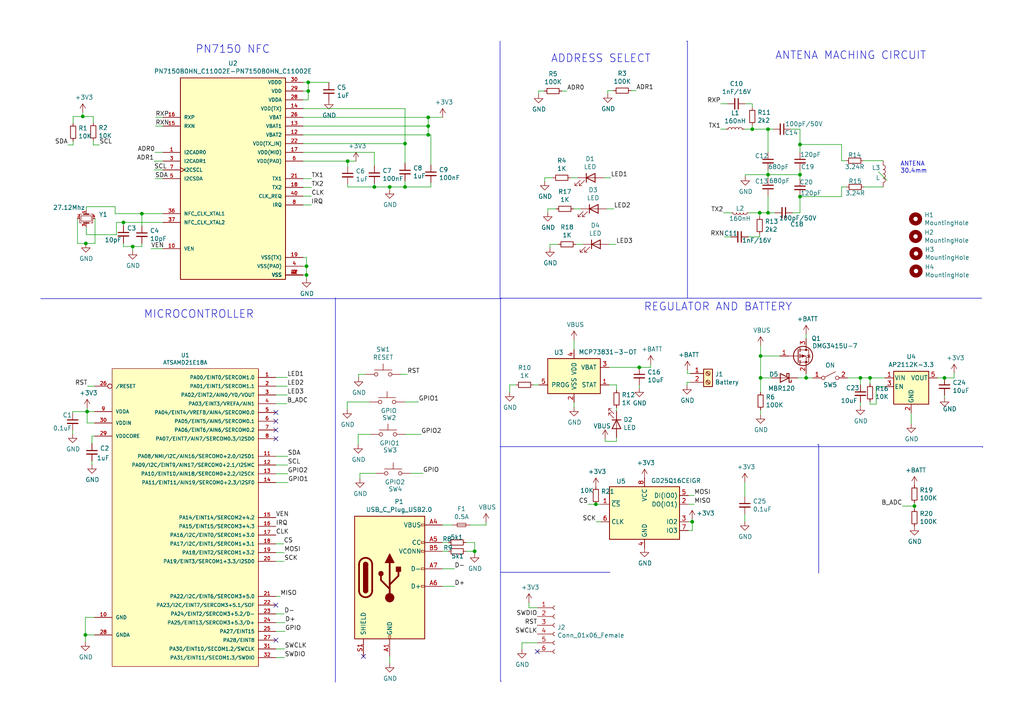
<source format=kicad_sch>
(kicad_sch (version 20230121) (generator eeschema)
  (paper "A4")
  (title_block (title "Hunter Cat NFC") (date "2020-10-05") (rev "1.2") (company "Electronic Cats") (comment 3 "Eduardo Contreras") (comment 4 "Andres Sabas"))
  (junction (at 220.345 61.722))
  (junction (at 232.029 41.91))
  (junction (at 265.2268 146.7866))
  (junction (at 100.838 46.736))
  (junction (at 220.599 109.601))
  (junction (at 252.349 109.601))
  (junction (at 41.148 61.976))
  (junction (at 222.758 37.465))
  (junction (at 88.9 77.216))
  (junction (at 222.758 61.722))
  (junction (at 124.206 36.576))
  (junction (at 24.003 33.782))
  (junction (at 172.8216 146.2532))
  (junction (at 124.206 34.036))
  (junction (at 24.892 70.612))
  (junction (at 220.599 103.251))
  (junction (at 24.765 184.15))
  (junction (at 233.807 109.601))
  (junction (at 273.939 109.601))
  (junction (at 137.668 159.893))
  (junction (at 222.758 50.673))
  (junction (at 117.475 54.229))
  (junction (at 89.408 26.416))
  (junction (at 232.029 50.673))
  (junction (at 35.814 64.516))
  (junction (at 200.7616 151.3332))
  (junction (at 108.585 54.229))
  (junction (at 185.42 106.553))
  (junction (at 218.186 37.465))
  (junction (at 113.03 54.229))
  (junction (at 232.029 57.023))
  (junction (at 25.273 119.38))
  (junction (at 38.481 71.501))
  (junction (at 117.475 41.656))
  (junction (at 88.9 79.756))
  (junction (at 124.206 39.116))
  (junction (at 249.555 109.601))
  (junction (at 89.408 23.876))
  (no_connect (at 105.41 190.373))
  (no_connect (at 155.829 188.976))
  (no_connect (at 80.01 124.714))
  (no_connect (at 80.01 119.634))
  (no_connect (at 80.01 122.174))
  (no_connect (at 80.01 185.674))
  (no_connect (at 80.01 127.254))
  (no_connect (at 80.01 175.514))
  (bus_entry (at 334.137 112.649) (size 2.54 2.54))
  (bus_entry (at 254.762 49.784) (size 2.54 2.54))
  (wire (pts (xy 199.644 143.7132) (xy 201.3458 143.7132)))
  (wire (pts (xy 27.051 33.782) (xy 27.051 35.687)))
  (wire (pts (xy 177.927 26.289) (xy 176.276 26.289)))
  (wire (pts (xy 113.03 54.229) (xy 117.475 54.229)))
  (wire (pts (xy 87.884 51.816) (xy 90.297 51.816)))
  (wire (pts (xy 169.037 70.866) (xy 167.005 70.866)))
  (wire (pts (xy 113.03 54.229) (xy 113.03 54.991)))
  (wire (pts (xy 200.787 153.8732) (xy 200.787 151.3332)))
  (wire (pts (xy 104.394 137.287) (xy 108.966 137.287)))
  (wire (pts (xy 188.722 106.553) (xy 188.722 105.664)))
  (wire (pts (xy 220.599 109.601) (xy 220.599 113.792)))
  (wire (pts (xy 199.644 146.2532) (xy 201.3712 146.2532)))
  (wire (pts (xy 117.475 41.656) (xy 117.475 47.371)))
  (wire (pts (xy 22.479 70.612) (xy 22.479 63.373)))
  (wire (pts (xy 108.585 48.133) (xy 108.585 44.196)))
  (wire (pts (xy 21.209 35.814) (xy 21.209 33.782)))
  (wire (pts (xy 128.27 164.973) (xy 131.826 164.973)))
  (wire (pts (xy 35.814 70.485) (xy 35.814 71.501)))
  (wire (pts (xy 233.807 109.601) (xy 231.394 109.601)))
  (wire (pts (xy 224.79 61.722) (xy 222.758 61.722)))
  (wire (pts (xy 80.01 137.414) (xy 83.439 137.414)))
  (wire (pts (xy 220.599 103.251) (xy 220.599 100.203)))
  (wire (pts (xy 210.693 37.465) (xy 209.042 37.465)))
  (wire (pts (xy 218.186 36.322) (xy 218.186 37.465)))
  (wire (pts (xy 27.432 112.014) (xy 25.4 112.014)))
  (wire (pts (xy 265.2268 145.8468) (xy 265.2268 146.7866)))
  (wire (pts (xy 184.531 26.289) (xy 183.007 26.289)))
  (wire (pts (xy 220.599 118.872) (xy 220.599 120.269)))
  (wire (pts (xy 185.42 106.553) (xy 188.722 106.553)))
  (wire (pts (xy 244.094 46.609) (xy 245.364 46.609)))
  (wire (pts (xy 35.814 65.405) (xy 35.814 64.516)))
  (wire (pts (xy 47.244 49.276) (xy 44.704 49.276)))
  (wire (pts (xy 218.186 37.465) (xy 215.773 37.465)))
  (wire (pts (xy 87.884 28.956) (xy 89.408 28.956)))
  (wire (pts (xy 41.148 65.532) (xy 41.148 61.976)))
  (wire (pts (xy 235.712 109.601) (xy 233.807 109.601)))
  (wire (pts (xy 80.01 139.954) (xy 83.566 139.954)))
  (wire (pts (xy 147.828 111.633) (xy 147.828 113.792)))
  (wire (pts (xy 124.968 39.116) (xy 124.968 47.879)))
  (wire (pts (xy 211.074 30.099) (xy 209.042 30.099)))
  (wire (pts (xy 124.206 34.036) (xy 128.397 34.036)))
  (wire (pts (xy 200.787 151.3332) (xy 200.7616 151.3332)))
  (wire (pts (xy 232.029 41.91) (xy 232.029 44.196)))
  (wire (pts (xy 116.205 108.585) (xy 118.11 108.585)))
  (wire (pts (xy 220.345 67.945) (xy 220.345 68.707)))
  (wire (pts (xy 124.968 54.229) (xy 124.968 52.959)))
  (wire (pts (xy 41.148 71.501) (xy 38.481 71.501)))
  (wire (pts (xy 33.401 59.944) (xy 25.019 59.944)))
  (wire (pts (xy 232.029 57.023) (xy 244.094 57.023)))
  (wire (pts (xy 175.133 51.562) (xy 177.165 51.562)))
  (wire (pts (xy 220.345 61.722) (xy 217.17 61.722)))
  (wire (pts (xy 155.829 186.436) (xy 151.384 186.436)))
  (wire (pts (xy 33.401 61.976) (xy 41.148 61.976)))
  (wire (pts (xy 108.585 54.229) (xy 113.03 54.229)))
  (wire (pts (xy 156.337 111.633) (xy 154.686 111.633)))
  (wire (pts (xy 27.432 126.492) (xy 26.67 126.492)))
  (wire (pts (xy 128.27 170.053) (xy 131.826 170.053)))
  (wire (pts (xy 178.816 118.237) (xy 178.816 119.253)))
  (wire (pts (xy 24.765 179.07) (xy 24.765 184.15)))
  (wire (pts (xy 226.187 103.251) (xy 220.599 103.251)))
  (wire (pts (xy 174.244 151.3332) (xy 172.8978 151.3332)))
  (wire (pts (xy 222.758 37.465) (xy 224.282 37.465)))
  (wire (pts (xy 168.402 60.579) (xy 166.37 60.579)))
  (wire (pts (xy 153.416 174.752) (xy 153.416 176.276)))
  (wire (pts (xy 174.244 146.2532) (xy 172.8216 146.2532)))
  (wire (pts (xy 200.279 108.331) (xy 199.39 108.331)))
  (wire (pts (xy 256.667 112.141) (xy 254.127 112.141)))
  (wire (pts (xy 220.345 68.707) (xy 217.043 68.707)))
  (wire (pts (xy 80.01 162.814) (xy 82.423 162.814)))
  (wire (pts (xy 87.884 39.116) (xy 124.206 39.116)))
  (wire (pts (xy 80.01 157.734) (xy 82.296 157.734)))
  (wire (pts (xy 220.599 109.601) (xy 220.599 103.251)))
  (wire (pts (xy 89.408 23.876) (xy 87.884 23.876)))
  (wire (pts (xy 167.513 51.562) (xy 165.481 51.562)))
  (wire (pts (xy 80.01 178.054) (xy 82.423 178.054)))
  (wire (pts (xy 47.244 46.736) (xy 44.704 46.736)))
  (wire (pts (xy 164.465 26.416) (xy 162.941 26.416)))
  (wire (pts (xy 24.892 70.612) (xy 22.479 70.612)))
  (wire (pts (xy 24.003 33.782) (xy 24.003 32.639)))
  (wire (pts (xy 161.925 70.866) (xy 159.512 70.866)))
  (wire (pts (xy 87.884 31.496) (xy 117.475 31.496)))
  (wire (pts (xy 159.512 70.866) (xy 159.512 71.882)))
  (wire (pts (xy 232.029 51.943) (xy 232.029 50.673)))
  (wire (pts (xy 250.444 46.609) (xy 256.159 46.609)))
  (wire (pts (xy 158.877 60.579) (xy 158.877 61.595)))
  (wire (pts (xy 80.01 188.214) (xy 82.55 188.214)))
  (wire (pts (xy 24.003 33.782) (xy 27.051 33.782)))
  (wire (pts (xy 176.276 26.289) (xy 176.276 27.178)))
  (wire (pts (xy 80.01 160.274) (xy 82.423 160.274)))
  (wire (pts (xy 222.758 56.769) (xy 222.758 61.722)))
  (wire (pts (xy 252.349 117.221) (xy 252.349 116.459)))
  (wire (pts (xy 250.571 54.229) (xy 256.159 54.229)))
  (wire (pts (xy 80.01 112.014) (xy 83.312 112.014)))
  (wire (pts (xy 87.884 56.896) (xy 90.297 56.896)))
  (wire (pts (xy 200.7616 151.3332) (xy 199.644 151.3332)))
  (wire (pts (xy 222.758 61.722) (xy 220.345 61.722)))
  (wire (pts (xy 244.094 41.91) (xy 244.094 46.609)))
  (wire (pts (xy 27.432 122.682) (xy 25.273 122.682)))
  (wire (pts (xy 254.127 112.141) (xy 254.127 117.221)))
  (wire (pts (xy 161.29 60.579) (xy 158.877 60.579)))
  (wire (pts (xy 124.206 36.576) (xy 124.206 34.036)))
  (wire (pts (xy 222.758 37.465) (xy 222.758 44.196)))
  (wire (pts (xy 232.029 37.465) (xy 232.029 41.91)))
  (wire (pts (xy 140.97 152.273) (xy 140.97 151.511)))
  (wire (pts (xy 137.668 159.893) (xy 137.668 160.528)))
  (polyline (pts (xy 145.161 197.612) (xy 145.415 197.612)))
  (wire (pts (xy 47.244 44.196) (xy 44.958 44.196)))
  (wire (pts (xy 117.475 31.496) (xy 117.475 41.656)))
  (wire (pts (xy 218.186 30.099) (xy 216.154 30.099)))
  (wire (pts (xy 122.174 125.984) (xy 117.602 125.984)))
  (wire (pts (xy 25.273 119.38) (xy 25.273 118.364)))
  (wire (pts (xy 175.514 128.016) (xy 175.514 127.254)))
  (wire (pts (xy 117.475 52.451) (xy 117.475 54.229)))
  (wire (pts (xy 104.394 138.811) (xy 104.394 137.287)))
  (wire (pts (xy 220.345 62.865) (xy 220.345 61.722)))
  (polyline (pts (xy 237.4646 128.9558) (xy 237.109 128.9558)))
  (wire (pts (xy 25.019 68.072) (xy 33.782 68.072)))
  (wire (pts (xy 27.432 184.15) (xy 24.765 184.15)))
  (wire (pts (xy 107.188 116.586) (xy 100.711 116.586)))
  (wire (pts (xy 136.398 152.273) (xy 140.97 152.273)))
  (wire (pts (xy 199.644 153.8732) (xy 200.787 153.8732)))
  (polyline (pts (xy 284.988 129.54) (xy 284.988 129.794)))
  (wire (pts (xy 100.838 46.736) (xy 103.251 46.736)))
  (wire (pts (xy 245.872 109.601) (xy 249.555 109.601)))
  (wire (pts (xy 100.711 116.586) (xy 100.711 118.745)))
  (wire (pts (xy 229.87 61.722) (xy 232.029 61.722)))
  (wire (pts (xy 47.244 36.576) (xy 45.085 36.576)))
  (wire (pts (xy 135.128 157.353) (xy 137.668 157.353)))
  (wire (pts (xy 149.606 111.633) (xy 147.828 111.633)))
  (wire (pts (xy 95.377 23.876) (xy 95.377 24.003)))
  (wire (pts (xy 87.884 26.416) (xy 89.408 26.416)))
  (wire (pts (xy 27.559 63.373) (xy 27.559 70.612)))
  (polyline (pts (xy 11.811 86.614) (xy 145.415 86.614)))
  (wire (pts (xy 47.244 72.136) (xy 43.815 72.136)))
  (wire (pts (xy 222.758 49.276) (xy 222.758 50.673)))
  (wire (pts (xy 88.9 79.756) (xy 88.9 80.772)))
  (polyline (pts (xy 237.4646 166.243) (xy 237.4646 128.9558)))
  (wire (pts (xy 113.03 190.373) (xy 113.03 192.405)))
  (wire (pts (xy 218.186 31.242) (xy 218.186 30.099)))
  (wire (pts (xy 232.029 50.673) (xy 222.758 50.673)))
  (wire (pts (xy 249.555 116.713) (xy 249.555 117.729)))
  (wire (pts (xy 80.01 109.474) (xy 83.312 109.474)))
  (wire (pts (xy 229.362 37.465) (xy 232.029 37.465)))
  (polyline (pts (xy 145.034 86.36) (xy 145.034 11.938)))
  (wire (pts (xy 172.8216 146.2532) (xy 170.5356 146.2532)))
  (wire (pts (xy 21.209 42.037) (xy 19.685 42.037)))
  (polyline (pts (xy 176.911 165.989) (xy 145.161 165.989)))
  (wire (pts (xy 135.128 159.893) (xy 137.668 159.893)))
  (wire (pts (xy 35.814 64.516) (xy 47.244 64.516)))
  (wire (pts (xy 107.442 125.984) (xy 103.886 125.984)))
  (wire (pts (xy 254.127 117.221) (xy 252.349 117.221)))
  (wire (pts (xy 87.884 34.036) (xy 124.206 34.036)))
  (wire (pts (xy 265.2268 146.7866) (xy 261.6962 146.7866)))
  (wire (pts (xy 211.963 68.707) (xy 210.058 68.707)))
  (wire (pts (xy 276.733 109.601) (xy 276.733 108.204)))
  (wire (pts (xy 89.408 26.416) (xy 89.408 23.876)))
  (wire (pts (xy 117.348 116.586) (xy 121.412 116.586)))
  (wire (pts (xy 100.838 46.736) (xy 100.838 48.26)))
  (wire (pts (xy 35.814 71.501) (xy 38.481 71.501)))
  (wire (pts (xy 216.154 50.673) (xy 216.154 51.181)))
  (wire (pts (xy 199.263 110.871) (xy 199.263 111.76)))
  (wire (pts (xy 88.9 74.676) (xy 87.884 74.676)))
  (wire (pts (xy 222.758 50.673) (xy 222.758 51.689)))
  (wire (pts (xy 178.816 111.633) (xy 178.816 113.157)))
  (wire (pts (xy 87.884 59.436) (xy 90.297 59.436)))
  (wire (pts (xy 151.384 186.436) (xy 151.384 188.341)))
  (wire (pts (xy 178.816 126.873) (xy 178.816 128.016)))
  (wire (pts (xy 26.67 133.731) (xy 26.67 134.747)))
  (wire (pts (xy 176.657 106.553) (xy 185.42 106.553)))
  (wire (pts (xy 80.01 190.754) (xy 82.55 190.754)))
  (wire (pts (xy 33.782 68.072) (xy 33.782 64.516)))
  (wire (pts (xy 47.244 34.036) (xy 45.085 34.036)))
  (wire (pts (xy 33.401 61.976) (xy 33.401 59.944)))
  (wire (pts (xy 41.148 70.612) (xy 41.148 71.501)))
  (polyline (pts (xy 145.288 86.487) (xy 284.734 86.487)))
  (wire (pts (xy 216.027 139.827) (xy 216.027 144.018)))
  (wire (pts (xy 176.657 111.633) (xy 178.816 111.633)))
  (wire (pts (xy 232.029 50.673) (xy 232.029 49.276)))
  (wire (pts (xy 128.27 152.273) (xy 131.318 152.273)))
  (wire (pts (xy 87.884 79.756) (xy 88.9 79.756)))
  (wire (pts (xy 128.27 157.353) (xy 130.048 157.353)))
  (wire (pts (xy 103.886 125.984) (xy 103.886 128.905)))
  (wire (pts (xy 80.01 117.094) (xy 83.2358 117.094)))
  (wire (pts (xy 256.667 109.601) (xy 252.349 109.601)))
  (wire (pts (xy 117.475 54.229) (xy 124.968 54.229)))
  (wire (pts (xy 233.807 108.331) (xy 233.807 109.601)))
  (wire (pts (xy 153.416 176.276) (xy 155.829 176.276)))
  (polyline (pts (xy 145.034 129.54) (xy 284.988 129.54)))
  (wire (pts (xy 200.279 110.871) (xy 199.263 110.871)))
  (wire (pts (xy 21.082 119.38) (xy 21.082 119.761)))
  (wire (pts (xy 222.758 50.673) (xy 216.154 50.673)))
  (wire (pts (xy 25.273 119.38) (xy 21.082 119.38)))
  (wire (pts (xy 87.884 77.216) (xy 88.9 77.216)))
  (polyline (pts (xy 145.161 86.36) (xy 145.161 197.612)))
  (wire (pts (xy 273.939 114.681) (xy 273.939 115.316)))
  (wire (pts (xy 199.39 108.331) (xy 199.39 107.315)))
  (wire (pts (xy 108.585 53.213) (xy 108.585 54.229)))
  (wire (pts (xy 80.01 132.334) (xy 83.439 132.334)))
  (wire (pts (xy 264.287 119.761) (xy 264.287 122.936)))
  (wire (pts (xy 166.497 101.473) (xy 166.497 98.552)))
  (wire (pts (xy 80.01 134.874) (xy 83.439 134.874)))
  (wire (pts (xy 156.21 26.416) (xy 156.21 27.305)))
  (wire (pts (xy 124.206 39.116) (xy 124.206 36.576)))
  (wire (pts (xy 223.774 109.601) (xy 220.599 109.601)))
  (polyline (pts (xy 199.39 11.938) (xy 199.136 11.938)))
  (wire (pts (xy 157.988 51.562) (xy 157.988 52.578)))
  (wire (pts (xy 137.668 157.353) (xy 137.668 159.893)))
  (wire (pts (xy 87.884 36.576) (xy 124.206 36.576)))
  (wire (pts (xy 128.27 159.893) (xy 130.048 159.893)))
  (wire (pts (xy 88.9 79.756) (xy 88.9 77.216)))
  (wire (pts (xy 88.9 77.216) (xy 88.9 74.676)))
  (wire (pts (xy 232.029 61.722) (xy 232.029 57.023)))
  (wire (pts (xy 27.559 70.612) (xy 24.892 70.612)))
  (wire (pts (xy 249.555 109.601) (xy 252.349 109.601)))
  (wire (pts (xy 47.244 61.976) (xy 41.148 61.976)))
  (wire (pts (xy 252.349 111.379) (xy 252.349 109.601)))
  (wire (pts (xy 87.884 54.356) (xy 90.297 54.356)))
  (wire (pts (xy 38.481 71.501) (xy 38.481 72.644)))
  (wire (pts (xy 100.838 53.34) (xy 100.838 54.229)))
  (wire (pts (xy 89.408 23.876) (xy 95.377 23.876)))
  (wire (pts (xy 265.2268 146.7866) (xy 265.2268 147.5994)))
  (wire (pts (xy 27.432 119.38) (xy 25.273 119.38)))
  (wire (pts (xy 273.939 109.601) (xy 276.733 109.601)))
  (wire (pts (xy 47.244 51.816) (xy 44.958 51.816)))
  (wire (pts (xy 27.432 179.07) (xy 24.765 179.07)))
  (wire (pts (xy 80.01 180.594) (xy 82.677 180.594)))
  (wire (pts (xy 233.807 98.171) (xy 233.807 96.901)))
  (wire (pts (xy 271.907 109.601) (xy 273.939 109.601)))
  (wire (pts (xy 27.051 40.767) (xy 27.051 42.037)))
  (wire (pts (xy 178.816 128.016) (xy 175.514 128.016)))
  (wire (pts (xy 89.408 28.956) (xy 89.408 26.416)))
  (wire (pts (xy 104.013 108.585) (xy 104.013 109.474)))
  (wire (pts (xy 80.01 114.554) (xy 83.312 114.554)))
  (wire (pts (xy 245.491 54.229) (xy 244.094 54.229)))
  (wire (pts (xy 27.051 42.037) (xy 28.829 42.037)))
  (wire (pts (xy 244.094 54.229) (xy 244.094 57.023)))
  (polyline (pts (xy 97.282 197.866) (xy 97.282 86.36)))
  (wire (pts (xy 21.209 33.782) (xy 24.003 33.782)))
  (wire (pts (xy 25.019 65.913) (xy 25.019 68.072)))
  (wire (pts (xy 26.67 126.492) (xy 26.67 128.651)))
  (wire (pts (xy 232.029 41.91) (xy 244.094 41.91)))
  (wire (pts (xy 200.7616 151.3332) (xy 200.7616 150.5712)))
  (wire (pts (xy 166.497 116.713) (xy 166.497 118.11)))
  (wire (pts (xy 249.555 111.633) (xy 249.555 109.601)))
  (wire (pts (xy 21.209 40.894) (xy 21.209 42.037)))
  (wire (pts (xy 100.838 54.229) (xy 108.585 54.229)))
  (wire (pts (xy 87.884 46.736) (xy 100.838 46.736)))
  (wire (pts (xy 25.273 122.682) (xy 25.273 119.38)))
  (wire (pts (xy 160.401 51.562) (xy 157.988 51.562)))
  (wire (pts (xy 24.765 184.15) (xy 24.765 186.182)))
  (wire (pts (xy 119.126 137.287) (xy 122.682 137.287)))
  (wire (pts (xy 176.657 70.866) (xy 178.689 70.866)))
  (polyline (pts (xy 199.39 86.487) (xy 199.39 11.938)))
  (wire (pts (xy 25.019 59.944) (xy 25.019 60.833)))
  (wire (pts (xy 216.027 149.098) (xy 216.027 151.257)))
  (wire (pts (xy 106.045 108.585) (xy 104.013 108.585)))
  (wire (pts (xy 108.585 44.196) (xy 87.884 44.196)))
  (wire (pts (xy 87.884 41.656) (xy 117.475 41.656)))
  (wire (pts (xy 212.09 61.722) (xy 209.804 61.722)))
  (wire (pts (xy 124.206 39.116) (xy 124.968 39.116)))
  (wire (pts (xy 21.082 124.841) (xy 21.082 125.857)))
  (wire (pts (xy 218.186 37.465) (xy 222.758 37.465)))
  (wire (pts (xy 80.01 172.974) (xy 81.3054 172.974)))
  (wire (pts (xy 157.861 26.416) (xy 156.21 26.416)))
  (wire (pts (xy 176.022 60.579) (xy 178.054 60.579)))
  (wire (pts (xy 82.677 183.134) (xy 80.01 183.134)))
  (wire (pts (xy 33.782 64.516) (xy 35.814 64.516)))
  (wire (pts (xy 185.42 111.633) (xy 185.42 112.522)))
  (text "REGULATOR AND BATTERY" (at 186.69 90.424 0) (effects (font (size 2.2606 2.2606)) (justify left bottom)))
  (text "PN7150 NFC" (at 56.642 15.748 0) (effects (font (size 2.2606 2.2606)) (justify left bottom)))
  (text "ANTENA\n30.4mm\n" (at 261.112 50.419 0) (effects (font (size 1.27 1.27)) (justify left bottom)))
  (text "ANTENA MACHING CIRCUIT" (at 224.79 17.526 0) (effects (font (size 2.2606 2.2606)) (justify left bottom)))
  (text "ADDRESS SELECT" (at 159.766 18.415 0) (effects (font (size 2.2606 2.2606)) (justify left bottom)))
  (text "MICROCONTROLLER" (at 41.656 92.583 0) (effects (font (size 2.2606 2.2606)) (justify left bottom)))
  (label "MISO" (at 201.3712 146.2532 0))
  (label "RST" (at 118.11 108.585 0))
  (label "SDA" (at 44.958 51.816 0))
  (label "SDA" (at 19.685 42.037 180))
  (label "ADR0" (at 164.465 26.416 0))
  (label "MISO" (at 81.3054 172.974 0))
  (label "SCL" (at 28.829 42.037 0))
  (label "ADR1" (at 44.704 46.736 180))
  (label "LED2" (at 83.312 112.014 0))
  (label "SCL" (at 83.439 134.874 0))
  (label "D+" (at 82.677 180.594 0))
  (label "D-" (at 131.826 164.973 0))
  (label "ADR0" (at 44.958 44.196 180))
  (label "CS" (at 170.5356 146.2532 180))
  (label "VEN" (at 43.815 72.136 0))
  (label "SCK" (at 82.423 162.814 0))
  (label "IRQ" (at 80.01 152.654 0))
  (label "LED3" (at 178.689 70.866 0))
  (label "MOSI" (at 82.423 160.274 0))
  (label "CS" (at 82.296 157.734 0))
  (label "LED1" (at 83.312 109.474 0))
  (label "TX1" (at 209.042 37.465 180))
  (label "IRQ" (at 90.297 59.436 0))
  (label "GPIO1" (at 121.412 116.586 0))
  (label "RXN" (at 45.085 36.576 0))
  (label "SDA" (at 83.439 132.334 0))
  (label "GPIO" (at 122.682 137.287 0))
  (label "TX2" (at 90.297 54.356 0))
  (label "MOSI" (at 201.3458 143.7132 0))
  (label "SWDIO" (at 155.829 178.816 180))
  (label "D+" (at 131.826 170.053 0))
  (label "GPIO2" (at 83.439 137.414 0))
  (label "GPIO2" (at 122.174 125.984 0))
  (label "CLK" (at 80.01 155.194 0))
  (label "ADR1" (at 184.531 26.289 0))
  (label "VEN" (at 80.01 150.114 0))
  (label "B_ADC" (at 261.6962 146.7866 180))
  (label "SWDIO" (at 82.55 190.754 0))
  (label "TX1" (at 90.297 51.816 0))
  (label "LED3" (at 83.312 114.554 0))
  (label "SCK" (at 172.8978 151.3332 180))
  (label "RST" (at 155.829 181.356 180))
  (label "D-" (at 82.423 178.054 0))
  (label "SWCLK" (at 155.829 183.896 180))
  (label "SCL" (at 44.704 49.276 0))
  (label "RST" (at 25.4 112.014 180))
  (label "LED1" (at 177.165 51.562 0))
  (label "TX2" (at 209.804 61.722 180))
  (label "GPIO" (at 82.677 183.134 0))
  (label "GPIO1" (at 83.566 139.954 0))
  (label "RXN" (at 210.058 68.707 180))
  (label "B_ADC" (at 83.2358 117.094 0))
  (label "RXP" (at 45.085 34.036 0))
  (label "RXP" (at 209.042 30.099 180))
  (label "SWCLK" (at 82.55 188.214 0))
  (label "CLK" (at 90.297 56.896 0))
  (label "LED2" (at 178.054 60.579 0))
  (symbol (lib_id "power:GND") (at 88.9 80.772 0) (unit 1)
    (property "Reference" "#PWR07" (effects hide))
    (property "Value" "GND" (at 89.027 85.1662 0))
  )
  (symbol (lib_id "Device:C_Small") (at 41.148 68.072 0) (unit 1)
    (property "Reference" "C4" (at 43.4848 66.9036 0) (effects (justify left)))
    (property "Value" "10pF" (at 43.4848 69.215 0) (effects (justify left)))
    (property "Footprint" "Capacitor_SMD:C_0603_1608Metric_Pad1.05x0.95mm_HandSolder" (effects hide))
    (property "manf#" "885012007076" (effects hide))
    (property "provedor" "LCSC" (effects hide))
  )
  (symbol (lib_id "Device:C_Small") (at 35.814 67.945 0) (unit 1)
    (property "Reference" "C3" (at 36.83 66.167 0) (effects (justify left)))
    (property "Value" "10pF" (at 30.353 69.596 0) (effects (justify left)))
    (property "Footprint" "Capacitor_SMD:C_0603_1608Metric_Pad1.05x0.95mm_HandSolder" (effects hide))
    (property "manf#" "885012007076" (effects hide))
    (property "provedor" "LCSC" (effects hide))
  )
  (symbol (lib_id "Device:Crystal_GND24_Small") (at 25.019 63.373 270) (unit 1)
    (property "Reference" "Y1" (at 28.6766 62.2046 90) (effects (justify left)))
    (property "Value" "27.12Mhz" (at 15.367 60.198 90) (effects (justify left)))
    (property "Footprint" "Crystal:Crystal_SMD_2520-4Pin_2.5x2.0mm" (effects hide))
    (property "Datasheet" "https://lcsc.com/product-detail/SMD-Crystal-Resonators_Seiko-Epson_Q24FA20H00431_Seiko-Epson-Q24FA20H00431_C255963.html" (effects hide))
    (property "manf#" "Q24FA20H00431" (effects hide))
    (property "provedor" "MOUSER" (effects hide))
    (property "LCSC#" "-" (effects hide))
  )
  (symbol (lib_id "power:GND") (at 38.481 72.644 0) (unit 1)
    (property "Reference" "#PWR06" (effects hide))
    (property "Value" "GND" (at 38.608 77.0382 0))
  )
  (symbol (lib_id "Device:C_Small") (at 117.475 49.911 0) (unit 1)
    (property "Reference" "C8" (at 119.8118 48.7426 0) (effects (justify left)))
    (property "Value" "1uF" (at 119.8118 51.054 0) (effects (justify left)))
    (property "Footprint" "Capacitor_SMD:C_0603_1608Metric_Pad1.05x0.95mm_HandSolder" (effects hide))
    (property "manf#" "885012207078" (effects hide))
    (property "provedor" "LCSC" (effects hide))
    (property "LCSC#" "C26413" (effects hide))
  )
  (symbol (lib_id "Device:C_Small") (at 100.838 50.8 0) (unit 1)
    (property "Reference" "C6" (at 103.1748 49.6316 0) (effects (justify left)))
    (property "Value" "1uF" (at 103.1748 51.943 0) (effects (justify left)))
    (property "Footprint" "Capacitor_SMD:C_0603_1608Metric_Pad1.05x0.95mm_HandSolder" (effects hide))
    (property "manf#" "885012207078" (effects hide))
    (property "provedor" "LCSC" (effects hide))
    (property "LCSC#" "C26413" (effects hide))
  )
  (symbol (lib_id "Device:C_Small") (at 108.585 50.673 0) (unit 1)
    (property "Reference" "C7" (at 110.9218 49.5046 0) (effects (justify left)))
    (property "Value" "100nF" (at 110.9218 51.816 0) (effects (justify left)))
    (property "Footprint" "Capacitor_SMD:C_0603_1608Metric_Pad1.05x0.95mm_HandSolder" (effects hide))
    (property "manf#" "885012207072" (effects hide))
    (property "provedor" "LCSC" (effects hide))
    (property "LCSC#" "C387984" (effects hide))
  )
  (symbol (lib_id "Device:C_Small") (at 124.968 50.419 0) (unit 1)
    (property "Reference" "C9" (at 127.3048 49.2506 0) (effects (justify left)))
    (property "Value" "100nF" (at 127.3048 51.562 0) (effects (justify left)))
    (property "Footprint" "Capacitor_SMD:C_0603_1608Metric_Pad1.05x0.95mm_HandSolder" (effects hide))
    (property "manf#" "885012207072" (effects hide))
    (property "provedor" "LCSC" (effects hide))
    (property "LCSC#" "C387984" (effects hide))
  )
  (symbol (lib_id "power:GND") (at 113.03 54.991 0) (unit 1)
    (property "Reference" "#PWR015" (effects hide))
    (property "Value" "GND" (at 113.157 59.3852 0))
  )
  (symbol (lib_id "power:+3V3") (at 25.273 118.364 0) (unit 1)
    (property "Reference" "#PWR04" (effects hide))
    (property "Value" "+3V3" (at 25.654 113.9698 0))
  )
  (symbol (lib_id "Device:C_Small") (at 21.082 122.301 0) (unit 1)
    (property "Reference" "C1" (at 18.161 120.396 0) (effects (justify left)))
    (property "Value" "0.1uF" (at 15.367 124.206 0) (effects (justify left)))
    (property "Footprint" "Capacitor_SMD:C_0603_1608Metric_Pad1.05x0.95mm_HandSolder" (effects hide))
    (property "manf#" "885012207072" (effects hide))
    (property "provedor" "LCSC" (effects hide))
    (property "LCSC#" "C387984" (effects hide))
  )
  (symbol (lib_id "Device:C_Small") (at 95.377 26.543 0) (unit 1)
    (property "Reference" "C5" (at 97.7138 25.3746 0) (effects (justify left)))
    (property "Value" "1uF" (at 97.7138 27.686 0) (effects (justify left)))
    (property "Footprint" "Capacitor_SMD:C_0603_1608Metric_Pad1.05x0.95mm_HandSolder" (effects hide))
    (property "manf#" "885012207078" (effects hide))
    (property "provedor" "LCSC" (effects hide))
    (property "LCSC#" "C26413" (effects hide))
  )
  (symbol (lib_id "power:GND") (at 95.377 29.083 0) (unit 1)
    (property "Reference" "#PWR08" (effects hide))
    (property "Value" "GND" (at 95.504 33.4772 0))
  )
  (symbol (lib_id "Device:C_Small") (at 26.67 131.191 0) (unit 1)
    (property "Reference" "C2" (at 29.0068 130.0226 0) (effects (justify left)))
    (property "Value" "1uF" (at 28.067 132.842 0) (effects (justify left)))
    (property "Footprint" "Capacitor_SMD:C_0603_1608Metric_Pad1.05x0.95mm_HandSolder" (effects hide))
    (property "manf#" "885012207078" (effects hide))
    (property "provedor" "LCSC" (effects hide))
    (property "LCSC#" "C26413" (effects hide))
  )
  (symbol (lib_id "HunterCat-NFC-rescue:AP2112K-3.3-Regulator_Linear") (at 264.287 112.141 0) (unit 1)
    (property "Reference" "U4" (at 264.287 103.4542 0))
    (property "Value" "AP2112K-3.3" (at 264.287 105.7656 0))
    (property "Footprint" "Package_TO_SOT_SMD:SOT-23-5" (effects hide))
    (property "Datasheet" "https://www.diodes.com/assets/Datasheets/AP2112.pdf" (effects hide))
    (property "manf#" "AP2112K-3.3" (effects hide))
    (property "provedor" "MOUSER" (effects hide))
    (property "LCSC#" "-" (effects hide))
  )
  (symbol (lib_id "power:GND") (at 26.67 134.747 0) (unit 1)
    (property "Reference" "#PWR05" (effects hide))
    (property "Value" "GND" (at 26.797 139.1412 0))
  )
  (symbol (lib_id "power:GND") (at 21.082 125.857 0) (unit 1)
    (property "Reference" "#PWR01" (effects hide))
    (property "Value" "GND" (at 21.209 130.2512 0))
  )
  (symbol (lib_id "Device:C_Small") (at 213.614 30.099 270) (unit 1)
    (property "Reference" "C10" (at 213.614 24.2824 90))
    (property "Value" "1nF/16V" (at 213.614 26.5938 90))
    (property "Footprint" "Capacitor_SMD:C_0603_1608Metric_Pad1.05x0.95mm_HandSolder" (effects hide))
    (property "manf#" "CC0201JRX7R7BB102" (effects hide))
    (property "provedor" "MOUSER" (effects hide))
  )
  (symbol (lib_id "Device:C_Small") (at 226.822 37.465 270) (unit 1)
    (property "Reference" "C14" (at 229.489 38.481 90))
    (property "Value" "100pF/50V" (at 233.172 35.941 90))
    (property "Footprint" "Capacitor_SMD:C_0603_1608Metric_Pad1.05x0.95mm_HandSolder" (effects hide))
    (property "manf#" "06035A101JAT4A" (effects hide))
    (property "provedor" "MOUSER" (effects hide))
  )
  (symbol (lib_id "Device:C_Small") (at 222.758 46.736 0) (unit 1)
    (property "Reference" "C12" (at 218.948 45.212 0) (effects (justify left)))
    (property "Value" "680pF" (at 222.758 48.387 0) (effects (justify left)))
    (property "Footprint" "Capacitor_SMD:C_0603_1608Metric_Pad1.05x0.95mm_HandSolder" (effects hide))
    (property "manf#" "885012206107" (effects hide))
    (property "provedor" "MOUSER" (effects hide))
  )
  (symbol (lib_id "Device:C_Small") (at 232.029 46.736 0) (unit 1)
    (property "Reference" "C19" (at 232.283 48.387 0) (effects (justify left)))
    (property "Value" "120pF" (at 232.029 44.831 0) (effects (justify left)))
    (property "Footprint" "Capacitor_SMD:C_0603_1608Metric_Pad1.05x0.95mm_HandSolder" (effects hide))
    (property "manf#" "C0603C121J5GAC" (effects hide))
    (property "provedor" "LCSC" (effects hide))
  )
  (symbol (lib_id "Device:C_Small") (at 222.758 54.229 0) (unit 1)
    (property "Reference" "C13" (at 218.948 52.578 0) (effects (justify left)))
    (property "Value" "680pF" (at 223.012 52.451 0) (effects (justify left)))
    (property "Footprint" "Capacitor_SMD:C_0603_1608Metric_Pad1.05x0.95mm_HandSolder" (effects hide))
    (property "manf#" "885012206107" (effects hide))
    (property "provedor" "MOUSER" (effects hide))
  )
  (symbol (lib_id "Device:C_Small") (at 232.029 54.483 0) (unit 1)
    (property "Reference" "C20" (at 231.902 52.832 0) (effects (justify left)))
    (property "Value" "120pF" (at 232.156 56.007 0) (effects (justify left)))
    (property "Footprint" "Capacitor_SMD:C_0603_1608Metric_Pad1.05x0.95mm_HandSolder" (effects hide))
    (property "manf#" "C0603C121J5GAC" (effects hide))
    (property "provedor" "LCSC" (effects hide))
  )
  (symbol (lib_id "Device:C_Small") (at 227.33 61.722 270) (unit 1)
    (property "Reference" "C18" (at 231.14 65.024 90))
    (property "Value" "100pF/50V" (at 231.394 63.246 90))
    (property "Footprint" "Capacitor_SMD:C_0603_1608Metric_Pad1.05x0.95mm_HandSolder" (effects hide))
    (property "manf#" "06035A101JAT4A" (effects hide))
    (property "provedor" "MOUSER" (effects hide))
  )
  (symbol (lib_id "Device:C_Small") (at 214.503 68.707 270) (unit 1)
    (property "Reference" "C11" (at 211.963 67.691 90))
    (property "Value" "1nF/16V" (at 219.456 69.723 90))
    (property "Footprint" "Capacitor_SMD:C_0603_1608Metric_Pad1.05x0.95mm_HandSolder" (effects hide))
    (property "manf#" "CC0201JRX7R7BB102" (effects hide))
    (property "provedor" "MOUSER" (effects hide))
  )
  (symbol (lib_id "Device:L_Small") (at 214.63 61.722 270) (unit 1)
    (property "Reference" "L2" (at 214.63 60.452 90))
    (property "Value" "160nH" (at 214.63 63.373 90))
    (property "Footprint" "Inductor_SMD:L_0603_1608Metric_Pad1.05x0.95mm_HandSolder" (effects hide))
    (property "manf#" "MLJ1608WR16JT000" (effects hide))
    (property "LCSC#" "C434822" (effects hide))
    (property "provedor" "LCSC" (effects hide))
  )
  (symbol (lib_id "Device:L_Small") (at 213.233 37.465 90) (unit 1)
    (property "Reference" "L1" (at 213.233 32.766 90))
    (property "Value" "160nH" (at 213.233 35.0774 90))
    (property "Footprint" "Inductor_SMD:L_0603_1608Metric_Pad1.05x0.95mm_HandSolder" (effects hide))
    (property "manf#" "MLJ1608WR16JT000" (effects hide))
    (property "LCSC#" "C434822" (effects hide))
    (property "provedor" "LCSC" (effects hide))
  )
  (symbol (lib_id "Device:R_Small") (at 218.186 33.782 0) (unit 1)
    (property "Reference" "R11" (at 219.6846 32.6136 0) (effects (justify left)))
    (property "Value" "2k2" (at 219.6846 34.925 0) (effects (justify left)))
    (property "Footprint" "Resistor_SMD:R_0603_1608Metric_Pad1.05x0.95mm_HandSolder" (effects hide))
    (property "manf#" "RC0603JR-072K2L" (effects hide))
    (property "LCSC#" "C217937" (effects hide))
    (property "provedor" "LCSC" (effects hide))
  )
  (symbol (lib_id "Device:R_Small") (at 220.345 65.405 0) (unit 1)
    (property "Reference" "R13" (at 221.8436 64.2366 0) (effects (justify left)))
    (property "Value" "2k2" (at 221.8436 66.548 0) (effects (justify left)))
    (property "Footprint" "Resistor_SMD:R_0603_1608Metric_Pad1.05x0.95mm_HandSolder" (effects hide))
    (property "manf#" "RC0603JR-072K2L" (effects hide))
    (property "LCSC#" "C217937" (effects hide))
    (property "provedor" "LCSC" (effects hide))
  )
  (symbol (lib_id "Device:R_Small") (at 248.031 54.229 270) (unit 1)
    (property "Reference" "R15" (at 248.031 52.578 90))
    (property "Value" "3.24R" (at 248.031 56.007 90))
    (property "Footprint" "Resistor_SMD:R_0603_1608Metric_Pad1.05x0.95mm_HandSolder" (effects hide))
    (property "manf#" "RC0603FR-073R4L" (effects hide))
    (property "provedor" "MOUSER" (effects hide))
  )
  (symbol (lib_id "Device:R_Small") (at 247.904 46.609 270) (unit 1)
    (property "Reference" "R14" (at 247.904 44.958 90))
    (property "Value" "3.24R" (at 247.904 48.387 90))
    (property "Footprint" "Resistor_SMD:R_0603_1608Metric_Pad1.05x0.95mm_HandSolder" (effects hide))
    (property "manf#" "RC0603FR-073R4L" (effects hide))
    (property "provedor" "MOUSER" (effects hide))
  )
  (symbol (lib_id "power:+3V3") (at 103.251 46.736 0) (unit 1)
    (property "Reference" "#PWR09" (effects hide))
    (property "Value" "+3V3" (at 103.632 42.3418 0))
  )
  (symbol (lib_id "Device:R_Small") (at 21.209 38.354 0) (unit 1)
    (property "Reference" "R1" (at 22.7076 37.1856 0) (effects (justify left)))
    (property "Value" "10K" (at 22.7076 39.497 0) (effects (justify left)))
    (property "Footprint" "Resistor_SMD:R_0603_1608Metric_Pad1.05x0.95mm_HandSolder" (effects hide))
    (property "manf#" "-" (effects hide))
    (property "LCSC#" "C15401" (effects hide))
    (property "provedor" "LCSC" (effects hide))
  )
  (symbol (lib_id "Device:R_Small") (at 27.051 38.227 0) (unit 1)
    (property "Reference" "R2" (at 28.5496 37.0586 0) (effects (justify left)))
    (property "Value" "10K" (at 28.5496 39.37 0) (effects (justify left)))
    (property "Footprint" "Resistor_SMD:R_0603_1608Metric_Pad1.05x0.95mm_HandSolder" (effects hide))
    (property "manf#" "-" (effects hide))
    (property "LCSC#" "C15401" (effects hide))
    (property "provedor" "LCSC" (effects hide))
  )
  (symbol (lib_id "power:GND") (at 216.154 51.181 0) (unit 1)
    (property "Reference" "#PWR025" (effects hide))
    (property "Value" "GND" (at 216.281 55.5752 0))
  )
  (symbol (lib_id "power:+3V3") (at 24.003 32.639 0) (unit 1)
    (property "Reference" "#PWR02" (effects hide))
    (property "Value" "+3V3" (at 24.384 28.2448 0))
  )
  (symbol (lib_id "Switch:SW_Push") (at 111.125 108.585 0) (unit 1)
    (property "Reference" "SW1" (at 111.125 101.346 0))
    (property "Value" "RESET" (at 111.125 103.6574 0))
    (property "Footprint" "Button_Switch_SMD:SW_SPST_TL3342" (effects hide))
    (property "manf#" "-" (effects hide))
    (property "LCSC#" "C318890" (effects hide))
    (property "provedor" "LCSC" (effects hide))
  )
  (symbol (lib_id "Device:LED") (at 171.323 51.562 0) (unit 1)
    (property "Reference" "D1" (at 171.1452 46.0756 0))
    (property "Value" "LED" (at 171.1452 48.387 0))
    (property "Footprint" "LED_SMD:LED_0805_2012Metric_Pad1.15x1.40mm_HandSolder" (effects hide))
    (property "manf#" "-" (effects hide))
    (property "provedor" "LCSC" (effects hide))
    (property "LCSC#" "C130114" (effects hide))
  )
  (symbol (lib_id "Device:R_Small") (at 162.941 51.562 270) (unit 1)
    (property "Reference" "R4" (at 162.941 46.5836 90))
    (property "Value" "1K" (at 162.941 48.895 90))
    (property "Footprint" "Resistor_SMD:R_0603_1608Metric_Pad1.05x0.95mm_HandSolder" (effects hide))
    (property "manf#" "CRCW08051K50FKEAC" (effects hide))
    (property "LCSC#" "C517454" (effects hide))
    (property "provedor" "LCSC" (effects hide))
  )
  (symbol (lib_id "power:GND") (at 157.988 52.578 0) (unit 1)
    (property "Reference" "#PWR011" (effects hide))
    (property "Value" "GND" (at 158.115 56.9722 0))
  )
  (symbol (lib_id "HunterCat-NFC-rescue:ATSAMD21E18A-Electronic_Cats") (at 44.45 150.114 0) (unit 1)
    (property "Reference" "U1" (at 53.721 103.0224 0) (effects (font (size 1.143 1.143))))
    (property "Value" "ATSAMD21E18A" (at 53.721 105.156 0) (effects (font (size 1.143 1.143))))
    (property "Footprint" "Package_DFN_QFN:QFN-32-1EP_5x5mm_P0.5mm_EP3.6x3.6mm" (effects hide))
    (property "Datasheet" "https://www.mouser.mx/ProductDetail/Microchip-Technology-Atmel/ATSAMD21E18A-MUT?qs=KLFHFgXTQiBWo%2Fq3Hj2bxw%3D%3D" (effects hide))
    (property "manf#" "ATSAMD21E18A-MUT" (effects hide))
    (property "provedor" "MOUSER" (effects hide))
    (property "LCSC#" "-" (effects hide))
  )
  (symbol (lib_id "power:GND") (at 104.013 109.474 0) (unit 1)
    (property "Reference" "#PWR013" (effects hide))
    (property "Value" "GND" (at 104.14 113.8682 0))
  )
  (symbol (lib_id "power:GND") (at 24.765 186.182 0) (unit 1)
    (property "Reference" "#PWR03" (effects hide))
    (property "Value" "GND" (at 24.892 190.5762 0))
  )
  (symbol (lib_id "Device:R_Small") (at 160.401 26.416 270) (unit 1)
    (property "Reference" "R5" (at 160.401 21.4376 90))
    (property "Value" "100K" (at 160.401 23.749 90))
    (property "Footprint" "Resistor_SMD:R_0603_1608Metric_Pad1.05x0.95mm_HandSolder" (effects hide))
    (property "manf#" "ERJ6RBD1003V" (effects hide))
    (property "LCSC#" "C15458" (effects hide))
    (property "provedor" "LCSC" (effects hide))
  )
  (symbol (lib_id "power:GND") (at 156.21 27.305 0) (unit 1)
    (property "Reference" "#PWR012" (effects hide))
    (property "Value" "GND" (at 156.337 31.6992 0))
  )
  (symbol (lib_id "Device:R_Small") (at 180.467 26.289 270) (unit 1)
    (property "Reference" "R3" (at 180.467 21.3106 90))
    (property "Value" "100K" (at 180.467 23.622 90))
    (property "Footprint" "Resistor_SMD:R_0603_1608Metric_Pad1.05x0.95mm_HandSolder" (effects hide))
    (property "manf#" "ERJ6RBD1003V" (effects hide))
    (property "LCSC#" "C15458" (effects hide))
    (property "provedor" "LCSC" (effects hide))
  )
  (symbol (lib_id "power:GND") (at 176.276 27.178 0) (unit 1)
    (property "Reference" "#PWR010" (effects hide))
    (property "Value" "GND" (at 176.403 31.5722 0))
  )
  (symbol (lib_id "Device:L") (at 256.159 50.419 0) (unit 1)
    (property "Reference" "L3" (at 252.857 48.641 0) (effects (justify left)))
    (property "Value" "L" (at 254 51.562 0) (effects (justify left)))
    (property "Footprint" "hunter-cat-nfc:NFC-antenna30.4x30.4mm" (effects hide))
    (property "LCSC#" "-" (effects hide))
    (property "manf#" "-" (effects hide))
    (property "provedor" "-" (effects hide))
  )
  (symbol (lib_id "power:GND") (at 264.287 122.936 0) (unit 1)
    (property "Reference" "#PWR031" (effects hide))
    (property "Value" "GND" (at 264.414 127.3302 0))
  )
  (symbol (lib_id "power:+3V3") (at 276.733 108.204 0) (unit 1)
    (property "Reference" "#PWR033" (effects hide))
    (property "Value" "+3V3" (at 277.114 103.8098 0))
  )
  (symbol (lib_id "power:VBUS") (at 220.599 100.203 0) (unit 1)
    (property "Reference" "#PWR029" (effects hide))
    (property "Value" "VBUS" (at 220.98 95.8088 0))
  )
  (symbol (lib_id "HunterCat-NFC-rescue:USB_C_Plug_USB2.0-Connector") (at 113.03 167.513 0) (unit 1)
    (property "Reference" "P1" (at 115.7478 145.4912 0))
    (property "Value" "USB_C_Plug_USB2.0" (at 115.7478 147.8026 0))
    (property "Footprint" "Connectors:C393939" (effects hide))
    (property "Datasheet" "https://www.usb.org/sites/default/files/documents/usb_type-c.zip" (effects hide))
    (property "manf#" "-" (effects hide))
    (property "LCSC#" "C393939" (effects hide))
    (property "provedor" "LCSC" (effects hide))
  )
  (symbol (lib_id "power:GND") (at 113.03 192.405 0) (unit 1)
    (property "Reference" "#PWR014" (effects hide))
    (property "Value" "GND" (at 113.157 196.7992 0))
  )
  (symbol (lib_id "Device:Fuse_Small") (at 133.858 152.273 0) (unit 1)
    (property "Reference" "F1" (at 133.858 147.574 0))
    (property "Value" "0.5A" (at 133.858 149.8854 0))
    (property "Footprint" "Fuse:Fuse_0603_1608Metric_Pad1.05x0.95mm_HandSolder" (effects hide))
    (property "manf#" "MFU0805FF00500P100" (effects hide))
    (property "provedor" "MOUSER" (effects hide))
    (property "LCSC#" "-" (effects hide))
  )
  (symbol (lib_id "power:VBUS") (at 140.97 151.511 0) (unit 1)
    (property "Reference" "#PWR021" (effects hide))
    (property "Value" "VBUS" (at 141.351 147.1168 0))
  )
  (symbol (lib_id "Device:R_Small") (at 132.588 157.353 270) (unit 1)
    (property "Reference" "R8" (at 129.667 156.337 90))
    (property "Value" "5k1" (at 132.461 155.829 90))
    (property "Footprint" "Resistor_SMD:R_0603_1608Metric_Pad1.05x0.95mm_HandSolder" (effects hide))
    (property "manf#" "CR0805-FX-5101ELF" (effects hide))
    (property "LCSC#" "C131715" (effects hide))
    (property "provedor" "LCSC" (effects hide))
  )
  (symbol (lib_id "Device:R_Small") (at 132.588 159.893 270) (unit 1)
    (property "Reference" "R9" (at 129.921 158.877 90))
    (property "Value" "5k1" (at 132.715 161.29 90))
    (property "Footprint" "Resistor_SMD:R_0603_1608Metric_Pad1.05x0.95mm_HandSolder" (effects hide))
    (property "manf#" "CR0805-FX-5101ELF" (effects hide))
    (property "LCSC#" "C131715" (effects hide))
    (property "provedor" "LCSC" (effects hide))
  )
  (symbol (lib_id "power:GND") (at 137.668 160.528 0) (unit 1)
    (property "Reference" "#PWR020" (effects hide))
    (property "Value" "GND" (at 137.795 164.9222 0))
  )
  (symbol (lib_id "HunterCat-NFC-rescue:MCP73831-3-OT-Battery_Management") (at 166.497 109.093 0) (unit 1)
    (property "Reference" "U3" (at 162.052 102.235 0))
    (property "Value" "MCP73831-3-OT" (at 176.276 102.108 0))
    (property "Footprint" "Package_TO_SOT_SMD:SOT-23-5" (effects hide))
    (property "Datasheet" "http://ww1.microchip.com/downloads/en/DeviceDoc/20001984g.pdf" (effects hide))
    (property "manf#" "MCP73831-3-OT" (effects hide))
    (property "provedor" "MOUSER" (effects hide))
    (property "LCSC#" "-" (effects hide))
  )
  (symbol (lib_id "Device:R_Small") (at 152.146 111.633 270) (unit 1)
    (property "Reference" "R10" (at 152.146 106.6546 90))
    (property "Value" "1K" (at 152.146 108.966 90))
    (property "Footprint" "Resistor_SMD:R_0603_1608Metric_Pad1.05x0.95mm_HandSolder" (effects hide))
    (property "manf#" "CRCW08051K50FKEAC" (effects hide))
    (property "LCSC#" "C517454" (effects hide))
    (property "provedor" "LCSC" (effects hide))
  )
  (symbol (lib_id "Device:R_Small") (at 265.2268 143.3068 0) (unit 1)
    (property "Reference" "R19" (at 266.7254 142.1384 0) (effects (justify left)))
    (property "Value" "100K" (at 266.7254 144.4498 0) (effects (justify left)))
    (property "Footprint" "Resistor_SMD:R_0603_1608Metric_Pad1.05x0.95mm_HandSolder" (effects hide))
    (property "manf#" "ERJ6RBD1003V" (effects hide))
    (property "LCSC#" "C15458" (effects hide))
    (property "provedor" "LCSC" (effects hide))
  )
  (symbol (lib_id "Device:R_Small") (at 265.2268 150.1394 0) (unit 1)
    (property "Reference" "R20" (at 266.7254 148.971 0) (effects (justify left)))
    (property "Value" "100K" (at 266.7254 151.2824 0) (effects (justify left)))
    (property "Footprint" "Resistor_SMD:R_0603_1608Metric_Pad1.05x0.95mm_HandSolder" (effects hide))
    (property "manf#" "ERJ6RBD1003V" (effects hide))
    (property "LCSC#" "C15458" (effects hide))
    (property "provedor" "LCSC" (effects hide))
  )
  (symbol (lib_id "power:GND") (at 166.497 118.11 0) (unit 1)
    (property "Reference" "#PWR024" (effects hide))
    (property "Value" "GND" (at 166.624 122.5042 0))
  )
  (symbol (lib_id "power:VBUS") (at 166.497 98.552 0) (unit 1)
    (property "Reference" "#PWR023" (effects hide))
    (property "Value" "VBUS" (at 166.878 94.1578 0))
  )
  (symbol (lib_id "power:+BATT") (at 265.2268 140.7668 0) (unit 1)
    (property "Reference" "#PWR0107" (effects hide))
    (property "Value" "+BATT" (at 265.6078 136.3726 0))
  )
  (symbol (lib_id "power:GND") (at 265.2268 152.6794 0) (unit 1)
    (property "Reference" "#PWR0108" (effects hide))
    (property "Value" "GND" (at 265.3538 157.0736 0))
  )
  (symbol (lib_id "Device:LED") (at 178.816 123.063 270) (unit 1)
    (property "Reference" "D2" (at 180.7972 121.7168 90) (effects (justify left)))
    (property "Value" "LED" (at 180.7972 124.0282 90) (effects (justify left)))
    (property "Footprint" "LED_SMD:LED_0805_2012Metric_Pad1.15x1.40mm_HandSolder" (effects hide))
    (property "manf#" "-" (effects hide))
    (property "provedor" "LCSC" (effects hide))
    (property "LCSC#" "C205441" (effects hide))
  )
  (symbol (lib_id "Device:R_Small") (at 178.816 115.697 0) (unit 1)
    (property "Reference" "R12" (at 180.3146 114.5286 0) (effects (justify left)))
    (property "Value" "1K" (at 180.3146 116.84 0) (effects (justify left)))
    (property "Footprint" "Resistor_SMD:R_0603_1608Metric_Pad1.05x0.95mm_HandSolder" (effects hide))
    (property "manf#" "CRCW08051K50FKEAC" (effects hide))
    (property "LCSC#" "C517454" (effects hide))
    (property "provedor" "LCSC" (effects hide))
  )
  (symbol (lib_id "power:VBUS") (at 175.514 127.254 0) (unit 1)
    (property "Reference" "#PWR026" (effects hide))
    (property "Value" "VBUS" (at 174.625 123.571 0))
  )
  (symbol (lib_id "Device:C_Small") (at 185.42 109.093 0) (unit 1)
    (property "Reference" "C16" (at 187.7568 107.9246 0) (effects (justify left)))
    (property "Value" "10uF" (at 187.7568 110.236 0) (effects (justify left)))
    (property "Footprint" "Capacitor_SMD:C_0603_1608Metric_Pad1.05x0.95mm_HandSolder" (effects hide))
    (property "manf#" "C0805C106K9PACTU" (effects hide))
    (property "provedor" "LCSC" (effects hide))
    (property "LCSC#" "C326057" (effects hide))
  )
  (symbol (lib_id "power:GND") (at 185.42 112.522 0) (unit 1)
    (property "Reference" "#PWR027" (effects hide))
    (property "Value" "GND" (at 185.547 116.9162 0))
  )
  (symbol (lib_id "power:+BATT") (at 188.722 105.664 0) (unit 1)
    (property "Reference" "#PWR028" (effects hide))
    (property "Value" "+BATT" (at 189.103 101.2698 0))
  )
  (symbol (lib_id "power:GND") (at 147.828 113.792 0) (unit 1)
    (property "Reference" "#PWR022" (effects hide))
    (property "Value" "GND" (at 147.955 118.1862 0))
  )
  (symbol (lib_id "Device:R_Small") (at 252.349 113.919 0) (unit 1)
    (property "Reference" "R16" (at 253.8476 112.7506 0) (effects (justify left)))
    (property "Value" "10K" (at 253.8476 115.062 0) (effects (justify left)))
    (property "Footprint" "Resistor_SMD:R_0603_1608Metric_Pad1.05x0.95mm_HandSolder" (effects hide))
    (property "manf#" "-" (effects hide))
    (property "LCSC#" "C15401" (effects hide))
    (property "provedor" "LCSC" (effects hide))
  )
  (symbol (lib_id "Device:C_Small") (at 249.555 114.173 0) (unit 1)
    (property "Reference" "C23" (at 245.364 112.522 0) (effects (justify left)))
    (property "Value" "10uF" (at 243.84 116.205 0) (effects (justify left)))
    (property "Footprint" "Capacitor_SMD:C_0603_1608Metric_Pad1.05x0.95mm_HandSolder" (effects hide))
    (property "manf#" "C0805C106K9PACTU" (effects hide))
    (property "provedor" "LCSC" (effects hide))
    (property "LCSC#" "C326057" (effects hide))
  )
  (symbol (lib_id "Device:C_Small") (at 273.939 112.141 0) (unit 1)
    (property "Reference" "C24" (at 276.2758 110.9726 0) (effects (justify left)))
    (property "Value" "10uF" (at 276.2758 113.284 0) (effects (justify left)))
    (property "Footprint" "Capacitor_SMD:C_0603_1608Metric_Pad1.05x0.95mm_HandSolder" (effects hide))
    (property "manf#" "C0805C106K9PACTU" (effects hide))
    (property "provedor" "LCSC" (effects hide))
    (property "LCSC#" "C326057" (effects hide))
  )
  (symbol (lib_id "HunterCat-NFC-rescue:W25Q32JVSS-Memory_Flash") (at 186.944 148.7932 0) (unit 1)
    (property "Reference" "U5" (at 180.1114 139.5984 0))
    (property "Value" "GD25Q16CEIGR" (at 196.0626 139.4206 0))
    (property "Footprint" "hunter-cat-nfc:PSON50P200X300X50-9N" (effects hide))
    (property "Datasheet" "https://www.mouser.com/ProductDetail/GigaDevice/GD25Q16CEIGR?qs=%2Fha2pyFadugslouyc%2Fmu%252BU7keVd3t830A8Tn7Tz5TRGEFPMfPa%252B4Kw%3D%3D" (effects hide))
    (property "manf#" "GD25Q16CEIGR" (effects hide))
    (property "provedor" "MOUSER" (effects hide))
    (property "LCSC#" "-" (effects hide))
  )
  (symbol (lib_id "power:GND") (at 186.944 158.9532 0) (unit 1)
    (property "Reference" "#PWR036" (effects hide))
    (property "Value" "GND" (at 187.071 163.3474 0))
  )
  (symbol (lib_id "power:+3V3") (at 186.944 138.6332 0) (unit 1)
    (property "Reference" "#PWR035" (effects hide))
    (property "Value" "+3V3" (at 187.325 134.239 0))
  )
  (symbol (lib_id "power:GND") (at 249.555 117.729 0) (unit 1)
    (property "Reference" "#PWR030" (effects hide))
    (property "Value" "GND" (at 249.682 122.1232 0))
  )
  (symbol (lib_id "power:GND") (at 273.939 115.316 0) (unit 1)
    (property "Reference" "#PWR032" (effects hide))
    (property "Value" "GND" (at 275.463 118.618 0))
  )
  (symbol (lib_id "Connector:Screw_Terminal_01x02") (at 205.359 108.331 0) (unit 1)
    (property "Reference" "J1" (at 207.391 108.5342 0) (effects (justify left)))
    (property "Value" "Battery" (at 207.391 110.8456 0) (effects (justify left)))
    (property "Footprint" "Connector_PinSocket_2.54mm:PinSocket_2x01_P2.54mm_Vertical_SMD" (effects hide))
    (property "LCSC#" "-" (effects hide))
    (property "manf#" "-" (effects hide))
    (property "provedor" "-" (effects hide))
  )
  (symbol (lib_id "power:GND") (at 199.263 111.76 0) (unit 1)
    (property "Reference" "#PWR0101" (effects hide))
    (property "Value" "GND" (at 199.39 116.1542 0))
  )
  (symbol (lib_id "power:+BATT") (at 199.39 107.315 0) (unit 1)
    (property "Reference" "#PWR0102" (effects hide))
    (property "Value" "+BATT" (at 199.771 102.9208 0))
  )
  (symbol (lib_id "power:+3V3") (at 200.7616 150.5712 0) (unit 1)
    (property "Reference" "#PWR037" (effects hide))
    (property "Value" "+3V3" (at 204.6478 148.8694 0))
  )
  (symbol (lib_id "Device:LED") (at 172.212 60.579 0) (unit 1)
    (property "Reference" "D3" (at 172.0342 55.0926 0))
    (property "Value" "LED" (at 172.0342 57.404 0))
    (property "Footprint" "LED_SMD:LED_0805_2012Metric_Pad1.15x1.40mm_HandSolder" (effects hide))
    (property "manf#" "-" (effects hide))
    (property "provedor" "LCSC" (effects hide))
    (property "LCSC#" "C205442" (effects hide))
  )
  (symbol (lib_id "Device:R_Small") (at 163.83 60.579 270) (unit 1)
    (property "Reference" "R17" (at 163.83 55.6006 90))
    (property "Value" "1K" (at 163.83 57.912 90))
    (property "Footprint" "Resistor_SMD:R_0603_1608Metric_Pad1.05x0.95mm_HandSolder" (effects hide))
    (property "manf#" "CRCW08051K50FKEAC" (effects hide))
    (property "LCSC#" "C517454" (effects hide))
    (property "provedor" "LCSC" (effects hide))
  )
  (symbol (lib_id "power:GND") (at 158.877 61.595 0) (unit 1)
    (property "Reference" "#PWR0103" (effects hide))
    (property "Value" "GND" (at 159.004 65.9892 0))
  )
  (symbol (lib_id "Device:LED") (at 172.847 70.866 0) (unit 1)
    (property "Reference" "D4" (at 172.6692 65.3796 0))
    (property "Value" "LED" (at 172.6692 67.691 0))
    (property "Footprint" "LED_SMD:LED_0805_2012Metric_Pad1.15x1.40mm_HandSolder" (effects hide))
    (property "manf#" "-" (effects hide))
    (property "provedor" "LCSC" (effects hide))
    (property "LCSC#" "C84261" (effects hide))
  )
  (symbol (lib_id "Device:R_Small") (at 164.465 70.866 270) (unit 1)
    (property "Reference" "R18" (at 164.465 65.8876 90))
    (property "Value" "1K" (at 164.465 68.199 90))
    (property "Footprint" "Resistor_SMD:R_0603_1608Metric_Pad1.05x0.95mm_HandSolder" (effects hide))
    (property "manf#" "CRCW08051K50FKEAC" (effects hide))
    (property "LCSC#" "C517454" (effects hide))
    (property "provedor" "LCSC" (effects hide))
  )
  (symbol (lib_id "power:GND") (at 159.512 71.882 0) (unit 1)
    (property "Reference" "#PWR0104" (effects hide))
    (property "Value" "GND" (at 159.639 76.2762 0))
  )
  (symbol (lib_id "Device:R_Small") (at 172.8216 143.7132 0) (unit 1)
    (property "Reference" "R21" (at 174.3202 142.5448 0) (effects (justify left)))
    (property "Value" "10K" (at 168.2496 142.2654 0) (effects (justify left)))
    (property "Footprint" "Resistor_SMD:R_0603_1608Metric_Pad1.05x0.95mm_HandSolder" (effects hide))
    (property "manf#" "-" (effects hide))
    (property "LCSC#" "C15401" (effects hide))
    (property "provedor" "LCSC" (effects hide))
  )
  (symbol (lib_id "power:+3V3") (at 172.8216 141.1732 0) (unit 1)
    (property "Reference" "#PWR034" (effects hide))
    (property "Value" "+3V3" (at 173.2026 136.779 0))
  )
  (symbol (lib_id "hunter-cat-nfc:PN7150B0HN_C11002E-PN7150B0HN_C11002E") (at 67.564 51.816 0) (unit 1)
    (property "Reference" "U2" (at 67.564 18.3642 0))
    (property "Value" "PN7150B0HN_C11002E-PN7150B0HN_C11002E" (at 67.564 20.6756 0))
    (property "Footprint" "Package_DFN_QFN:QFN-40-1EP_6x6mm_P0.5mm_EP4.6x4.6mm" (effects hide))
    (property "Datasheet" "https://www.mouser.mx/datasheet/2/302/PN7150-1386066.pdf" (effects hide))
    (property "manf#" "PN7150B0HN/C11002" (effects hide))
    (property "provedor" "MOUSER" (effects hide))
    (property "LCSC#" "-" (effects hide))
  )
  (symbol (lib_id "power:+3V3") (at 128.397 34.036 0) (unit 1)
    (property "Reference" "#PWR017" (effects hide))
    (property "Value" "+3V3" (at 128.778 29.6418 0))
  )
  (symbol (lib_id "Device:C_Small") (at 216.027 146.558 0) (unit 1)
    (property "Reference" "C25" (at 218.3638 145.3896 0) (effects (justify left)))
    (property "Value" "0.1uF" (at 218.3638 147.701 0) (effects (justify left)))
    (property "Footprint" "Capacitor_SMD:C_0603_1608Metric_Pad1.05x0.95mm_HandSolder" (effects hide))
    (property "manf#" "885012207072" (effects hide))
    (property "provedor" "LCSC" (effects hide))
    (property "LCSC#" "C387984" (effects hide))
  )
  (symbol (lib_id "power:GND") (at 216.027 151.257 0) (unit 1)
    (property "Reference" "#PWR0110" (effects hide))
    (property "Value" "GND" (at 216.154 155.6512 0))
  )
  (symbol (lib_id "power:+3V3") (at 216.027 139.827 0) (unit 1)
    (property "Reference" "#PWR0111" (effects hide))
    (property "Value" "+3V3" (at 216.408 135.4328 0))
  )
  (symbol (lib_id "power:GND") (at 24.892 70.612 0) (unit 1)
    (property "Reference" "#PWR0105" (effects hide))
    (property "Value" "GND" (at 25.019 75.0062 0))
  )
  (symbol (lib_id "Switch:SW_Push") (at 112.268 116.586 0) (unit 1)
    (property "Reference" "SW2" (at 112.903 121.158 0))
    (property "Value" "GPIO" (at 112.776 119.126 0))
    (property "Footprint" "Button_Switch_SMD:SW_SPST_TL3342" (effects hide))
    (property "manf#" "-" (effects hide))
    (property "LCSC#" "C318890" (effects hide))
    (property "provedor" "LCSC" (effects hide))
  )
  (symbol (lib_id "power:GND") (at 100.711 118.745 0) (unit 1)
    (property "Reference" "#PWR038" (effects hide))
    (property "Value" "GND" (at 100.838 123.1392 0))
  )
  (symbol (lib_id "HunterCat-NFC-rescue:Conn_01x06_Female-Connector") (at 160.909 181.356 0) (unit 1)
    (property "Reference" "J2" (at 161.6202 181.9656 0) (effects (justify left)))
    (property "Value" "Conn_01x06_Female" (at 161.6202 184.277 0) (effects (justify left)))
    (property "Footprint" "Connector:Tag-Connect_TC2030-IDC-NL_2x03_P1.27mm_Vertical" (effects hide))
    (property "LCSC#" "-" (effects hide))
    (property "manf#" "-" (effects hide))
    (property "provedor" "-" (effects hide))
  )
  (symbol (lib_id "power:+3V3") (at 153.416 174.752 0) (unit 1)
    (property "Reference" "#PWR019" (effects hide))
    (property "Value" "+3V3" (at 153.797 170.3578 0))
  )
  (symbol (lib_id "power:GND") (at 151.384 188.341 0) (unit 1)
    (property "Reference" "#PWR018" (effects hide))
    (property "Value" "GND" (at 151.511 192.7352 0))
  )
  (symbol (lib_id "Device:R_Small") (at 220.599 116.332 0) (unit 1)
    (property "Reference" "R6" (at 222.0976 115.1636 0) (effects (justify left)))
    (property "Value" "100K" (at 222.0976 117.475 0) (effects (justify left)))
    (property "Footprint" "Resistor_SMD:R_0603_1608Metric_Pad1.05x0.95mm_HandSolder" (effects hide))
    (property "manf#" "ERJ6RBD1003V" (effects hide))
    (property "LCSC#" "C15458" (effects hide))
    (property "provedor" "LCSC" (effects hide))
  )
  (symbol (lib_id "power:GND") (at 220.599 120.269 0) (unit 1)
    (property "Reference" "#PWR0106" (effects hide))
    (property "Value" "GND" (at 220.726 124.6632 0))
  )
  (symbol (lib_id "power:+BATT") (at 233.807 96.901 0) (unit 1)
    (property "Reference" "#PWR0109" (effects hide))
    (property "Value" "+BATT" (at 234.188 92.5068 0))
  )
  (symbol (lib_id "Diode:MBR340") (at 227.584 109.601 180) (unit 1)
    (property "Reference" "D5" (at 224.409 108.585 0))
    (property "Value" "MBR120" (at 226.695 112.649 0))
    (property "Footprint" "Diode_SMD:D_SOD-123F" (effects hide))
    (property "Datasheet" "http://www.onsemi.com/pub_link/Collateral/MBR340-D.PDF" (effects hide))
    (property "provedor" "LCSC" (effects hide))
    (property "LCSC#" "C723989" (effects hide))
    (property "manf#" "-" (effects hide))
  )
  (symbol (lib_id "Switch:SW_Push") (at 112.522 125.984 0) (unit 1)
    (property "Reference" "SW3" (at 113.157 130.556 0))
    (property "Value" "GPIO1" (at 113.03 128.524 0))
    (property "Footprint" "Button_Switch_SMD:SW_SPST_TL3342" (effects hide))
    (property "manf#" "-" (effects hide))
    (property "LCSC#" "C318890" (effects hide))
    (property "provedor" "LCSC" (effects hide))
  )
  (symbol (lib_id "power:GND") (at 103.886 128.905 0) (unit 1)
    (property "Reference" "#PWR0113" (effects hide))
    (property "Value" "GND" (at 104.013 133.2992 0))
  )
  (symbol (lib_id "power:GND") (at 104.394 138.811 0) (unit 1)
    (property "Reference" "#PWR0112" (effects hide))
    (property "Value" "GND" (at 104.521 143.2052 0))
  )
  (symbol (lib_id "Switch:SW_Push") (at 114.046 137.287 0) (unit 1)
    (property "Reference" "SW4" (at 114.681 141.859 0))
    (property "Value" "GPIO2" (at 114.554 139.827 0))
    (property "Footprint" "Button_Switch_SMD:SW_SPST_TL3342" (effects hide))
    (property "manf#" "-" (effects hide))
    (property "LCSC#" "C318890" (effects hide))
    (property "provedor" "LCSC" (effects hide))
  )
  (symbol (lib_id "Mechanical:MountingHole") (at 265.557 68.58 0) (unit 1)
    (property "Reference" "H2" (at 268.097 67.4116 0) (effects (justify left)))
    (property "Value" "MountingHole" (at 268.097 69.723 0) (effects (justify left)))
    (property "Footprint" "MountingHole:MountingHole_2.2mm_M2" (effects hide))
    (property "LCSC#" "-" (effects hide))
    (property "manf#" "-" (effects hide))
    (property "provedor" "-" (effects hide))
  )
  (symbol (lib_id "Mechanical:MountingHole") (at 265.684 73.533 0) (unit 1)
    (property "Reference" "H3" (at 268.224 72.3646 0) (effects (justify left)))
    (property "Value" "MountingHole" (at 268.224 74.676 0) (effects (justify left)))
    (property "Footprint" "MountingHole:MountingHole_2.2mm_M2" (effects hide))
    (property "LCSC#" "-" (effects hide))
    (property "manf#" "-" (effects hide))
    (property "provedor" "-" (effects hide))
  )
  (symbol (lib_id "Mechanical:MountingHole") (at 265.684 78.613 0) (unit 1)
    (property "Reference" "H4" (at 268.224 77.4446 0) (effects (justify left)))
    (property "Value" "MountingHole" (at 268.224 79.756 0) (effects (justify left)))
    (property "Footprint" "MountingHole:MountingHole_2.2mm_M2" (effects hide))
    (property "LCSC#" "-" (effects hide))
    (property "manf#" "-" (effects hide))
    (property "provedor" "-" (effects hide))
  )
  (symbol (lib_id "Mechanical:MountingHole") (at 265.557 63.5 0) (unit 1)
    (property "Reference" "H1" (at 268.097 62.3316 0) (effects (justify left)))
    (property "Value" "MountingHole" (at 268.097 64.643 0) (effects (justify left)))
    (property "Footprint" "MountingHole:MountingHole_2.2mm_M2" (effects hide))
    (property "LCSC#" "-" (effects hide))
    (property "manf#" "-" (effects hide))
    (property "provedor" "-" (effects hide))
  )
  (symbol (lib_id "Switch:SW_SPST") (at 240.792 109.601 0) (unit 1)
    (property "Reference" "SW5" (at 240.792 111.633 0))
    (property "Value" "ON" (at 240.792 105.9434 0))
    (property "Footprint" "hunter-cat-nfc:Micro_interruptor_SPDT" (effects hide))
    (property "LCSC#" "-" (effects hide))
    (property "manf#" "-" (effects hide))
    (property "provedor" "-" (effects hide))
  )
  (symbol (lib_id "Device:Q_PMOS_GSD") (at 231.267 103.251 0) (unit 1)
    (property "Reference" "Q1" (at 235.331 98.171 0) (effects (justify left)))
    (property "Value" "DMG3415U-7" (at 235.585 100.33 0) (effects (justify left)))
    (property "Footprint" "Package_TO_SOT_SMD:SOT-23" (effects hide))
    (property "Datasheet" "https://www.mouser.mx/datasheet/2/115/ds31735-64958.pdf" (effects hide))
    (property "LCSC#" "C96616" (effects hide))
    (property "manf#" "-" (effects hide))
    (property "provedor" "LCSC" (effects hide))
  )
)
</source>
